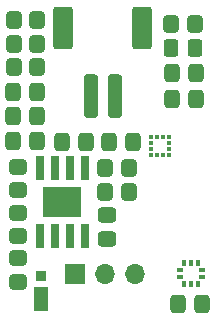
<source format=gbr>
%TF.GenerationSoftware,KiCad,Pcbnew,8.0.4*%
%TF.CreationDate,2025-01-29T23:36:48-05:00*%
%TF.ProjectId,Raidillon,52616964-696c-46c6-9f6e-2e6b69636164,rev?*%
%TF.SameCoordinates,Original*%
%TF.FileFunction,Soldermask,Bot*%
%TF.FilePolarity,Negative*%
%FSLAX46Y46*%
G04 Gerber Fmt 4.6, Leading zero omitted, Abs format (unit mm)*
G04 Created by KiCad (PCBNEW 8.0.4) date 2025-01-29 23:36:48*
%MOMM*%
%LPD*%
G01*
G04 APERTURE LIST*
G04 Aperture macros list*
%AMRoundRect*
0 Rectangle with rounded corners*
0 $1 Rounding radius*
0 $2 $3 $4 $5 $6 $7 $8 $9 X,Y pos of 4 corners*
0 Add a 4 corners polygon primitive as box body*
4,1,4,$2,$3,$4,$5,$6,$7,$8,$9,$2,$3,0*
0 Add four circle primitives for the rounded corners*
1,1,$1+$1,$2,$3*
1,1,$1+$1,$4,$5*
1,1,$1+$1,$6,$7*
1,1,$1+$1,$8,$9*
0 Add four rect primitives between the rounded corners*
20,1,$1+$1,$2,$3,$4,$5,0*
20,1,$1+$1,$4,$5,$6,$7,0*
20,1,$1+$1,$6,$7,$8,$9,0*
20,1,$1+$1,$8,$9,$2,$3,0*%
G04 Aperture macros list end*
%ADD10RoundRect,0.270833X-0.379167X-0.479167X0.379167X-0.479167X0.379167X0.479167X-0.379167X0.479167X0*%
%ADD11RoundRect,0.271277X-0.366223X-0.503723X0.366223X-0.503723X0.366223X0.503723X-0.366223X0.503723X0*%
%ADD12RoundRect,0.120000X0.480000X-0.930000X0.480000X0.930000X-0.480000X0.930000X-0.480000X-0.930000X0*%
%ADD13RoundRect,0.090000X0.360000X-0.360000X0.360000X0.360000X-0.360000X0.360000X-0.360000X-0.360000X0*%
%ADD14RoundRect,0.271277X0.366223X0.503723X-0.366223X0.503723X-0.366223X-0.503723X0.366223X-0.503723X0*%
%ADD15RoundRect,0.270833X0.379167X0.479167X-0.379167X0.479167X-0.379167X-0.479167X0.379167X-0.479167X0*%
%ADD16RoundRect,0.271277X0.503723X-0.366223X0.503723X0.366223X-0.503723X0.366223X-0.503723X-0.366223X0*%
%ADD17RoundRect,0.271739X0.353261X0.478261X-0.353261X0.478261X-0.353261X-0.478261X0.353261X-0.478261X0*%
%ADD18RoundRect,0.270833X0.479167X-0.379167X0.479167X0.379167X-0.479167X0.379167X-0.479167X-0.379167X0*%
%ADD19RoundRect,0.270833X-0.479167X0.379167X-0.479167X-0.379167X0.479167X-0.379167X0.479167X0.379167X0*%
%ADD20R,1.700000X1.700000*%
%ADD21O,1.700000X1.700000*%
%ADD22RoundRect,0.300000X-0.300000X-1.550000X0.300000X-1.550000X0.300000X1.550000X-0.300000X1.550000X0*%
%ADD23RoundRect,0.283334X-0.566666X-1.516666X0.566666X-1.516666X0.566666X1.516666X-0.566666X1.516666X0*%
%ADD24RoundRect,0.100000X-0.175000X-0.100000X0.175000X-0.100000X0.175000X0.100000X-0.175000X0.100000X0*%
%ADD25RoundRect,0.100000X-0.100000X-0.175000X0.100000X-0.175000X0.100000X0.175000X-0.100000X0.175000X0*%
%ADD26R,0.375000X0.350000*%
%ADD27R,0.350000X0.375000*%
%ADD28RoundRect,0.185000X-0.185000X0.860000X-0.185000X-0.860000X0.185000X-0.860000X0.185000X0.860000X0*%
%ADD29RoundRect,0.070000X-1.550000X1.205000X-1.550000X-1.205000X1.550000X-1.205000X1.550000X1.205000X0*%
G04 APERTURE END LIST*
D10*
%TO.C,R8*%
X102850000Y-103400000D03*
X104850000Y-103400000D03*
%TD*%
D11*
%TO.C,C1*%
X116212500Y-108060000D03*
X118287500Y-108060000D03*
%TD*%
D10*
%TO.C,R7*%
X102850000Y-105400000D03*
X104850000Y-105400000D03*
%TD*%
D11*
%TO.C,C9*%
X116742500Y-125450000D03*
X118817500Y-125450000D03*
%TD*%
D12*
%TO.C,D1*%
X105150000Y-124980000D03*
D13*
X105150000Y-123080000D03*
%TD*%
D14*
%TO.C,C10*%
X112987500Y-111750000D03*
X110912500Y-111750000D03*
%TD*%
D15*
%TO.C,R1*%
X118200000Y-101700000D03*
X116200000Y-101700000D03*
%TD*%
D16*
%TO.C,C8*%
X110750000Y-119937500D03*
X110750000Y-117862500D03*
%TD*%
D14*
%TO.C,C4*%
X104842976Y-109546000D03*
X102767976Y-109546000D03*
%TD*%
%TO.C,C5*%
X104837500Y-111600000D03*
X102762500Y-111600000D03*
%TD*%
D17*
%TO.C,D2*%
X118225000Y-103750000D03*
X116175000Y-103750000D03*
%TD*%
D14*
%TO.C,C3*%
X104837500Y-107450000D03*
X102762500Y-107450000D03*
%TD*%
D10*
%TO.C,R5*%
X110600000Y-113950000D03*
X112600000Y-113950000D03*
%TD*%
D11*
%TO.C,C2*%
X116212500Y-105900000D03*
X118287500Y-105900000D03*
%TD*%
D10*
%TO.C,R9*%
X102850000Y-101400000D03*
X104850000Y-101400000D03*
%TD*%
D18*
%TO.C,R2*%
X103200000Y-119700000D03*
X103200000Y-117700000D03*
%TD*%
D19*
%TO.C,R6*%
X103200000Y-121550000D03*
X103200000Y-123550000D03*
%TD*%
D20*
%TO.C,J2*%
X108000000Y-122900000D03*
D21*
X110540000Y-122900000D03*
X113080000Y-122900000D03*
%TD*%
D22*
%TO.C,J1*%
X109400000Y-107850000D03*
X111400000Y-107850000D03*
D23*
X107050000Y-102100000D03*
X113750000Y-102100000D03*
%TD*%
D24*
%TO.C,U2*%
X116925000Y-123150000D03*
X116925000Y-122550000D03*
D25*
X117250000Y-121925000D03*
X117850000Y-121925000D03*
X118450000Y-121925000D03*
D24*
X118775000Y-122550000D03*
X118775000Y-123150000D03*
D25*
X118450000Y-123775000D03*
X117850000Y-123775000D03*
X117250000Y-123775000D03*
%TD*%
D26*
%TO.C,U3*%
X115962500Y-111300000D03*
X115962500Y-111800000D03*
X115962500Y-112300000D03*
X115962500Y-112800000D03*
D27*
X115450000Y-112812500D03*
X114950000Y-112812500D03*
D26*
X114437500Y-112800000D03*
X114437500Y-112300000D03*
X114437500Y-111800000D03*
X114437500Y-111300000D03*
D27*
X114950000Y-111287500D03*
X115450000Y-111287500D03*
%TD*%
D28*
%TO.C,U4*%
X105045000Y-113925000D03*
X106315000Y-113925000D03*
X107585000Y-113925000D03*
X108855000Y-113925000D03*
X108855000Y-119675000D03*
X107585000Y-119675000D03*
X106315000Y-119675000D03*
X105045000Y-119675000D03*
D29*
X106950000Y-116800000D03*
%TD*%
D14*
%TO.C,C6*%
X108987500Y-111700000D03*
X106912500Y-111700000D03*
%TD*%
D15*
%TO.C,R4*%
X112600000Y-115950000D03*
X110600000Y-115950000D03*
%TD*%
D18*
%TO.C,R3*%
X103200000Y-115800000D03*
X103200000Y-113800000D03*
%TD*%
M02*

</source>
